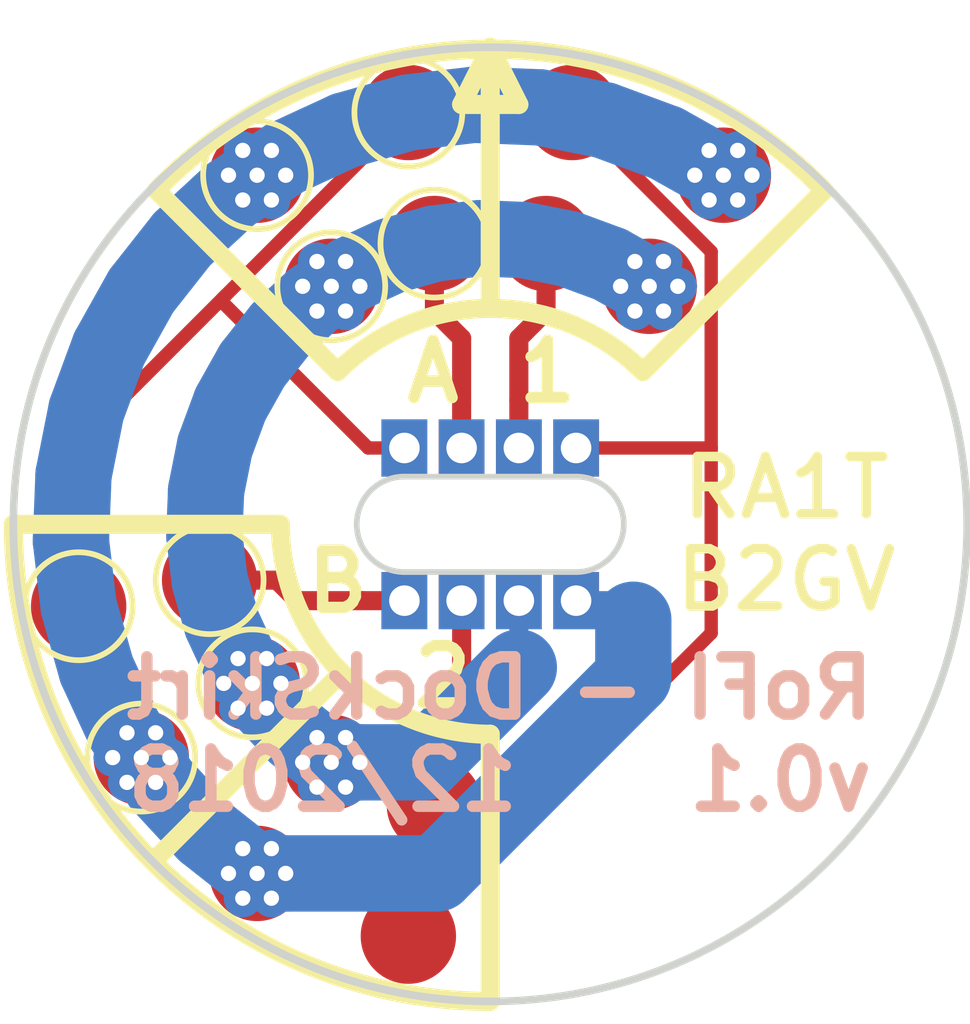
<source format=kicad_pcb>
(kicad_pcb (version 20171130) (host pcbnew 5.0.1-33cea8e~68~ubuntu18.04.1)

  (general
    (thickness 1.6)
    (drawings 80)
    (tracks 136)
    (zones 0)
    (modules 17)
    (nets 9)
  )

  (page A4)
  (layers
    (0 F.Cu signal)
    (31 B.Cu signal)
    (32 B.Adhes user)
    (33 F.Adhes user)
    (34 B.Paste user)
    (35 F.Paste user)
    (36 B.SilkS user)
    (37 F.SilkS user)
    (38 B.Mask user)
    (39 F.Mask user)
    (40 Dwgs.User user)
    (41 Cmts.User user)
    (42 Eco1.User user hide)
    (43 Eco2.User user)
    (44 Edge.Cuts user)
    (45 Margin user)
    (46 B.CrtYd user)
    (47 F.CrtYd user)
    (48 B.Fab user)
    (49 F.Fab user)
  )

  (setup
    (last_trace_width 0.25)
    (user_trace_width 0.35)
    (user_trace_width 0.5)
    (user_trace_width 1)
    (user_trace_width 1.5)
    (user_trace_width 2)
    (user_trace_width 2.5)
    (trace_clearance 0.2)
    (zone_clearance 0.508)
    (zone_45_only no)
    (trace_min 0.2)
    (segment_width 0.5)
    (edge_width 0.15)
    (via_size 0.8)
    (via_drill 0.4)
    (via_min_size 0.4)
    (via_min_drill 0.3)
    (uvia_size 0.3)
    (uvia_drill 0.1)
    (uvias_allowed no)
    (uvia_min_size 0.2)
    (uvia_min_drill 0.1)
    (pcb_text_width 0.3)
    (pcb_text_size 1.5 1.5)
    (mod_edge_width 0.15)
    (mod_text_size 1 1)
    (mod_text_width 0.15)
    (pad_size 1.524 1.524)
    (pad_drill 0.762)
    (pad_to_mask_clearance 0.051)
    (solder_mask_min_width 0.25)
    (aux_axis_origin 0 0)
    (visible_elements FFFFFF7F)
    (pcbplotparams
      (layerselection 0x010fc_ffffffff)
      (usegerberextensions false)
      (usegerberattributes false)
      (usegerberadvancedattributes false)
      (creategerberjobfile false)
      (excludeedgelayer true)
      (linewidth 0.100000)
      (plotframeref false)
      (viasonmask false)
      (mode 1)
      (useauxorigin false)
      (hpglpennumber 1)
      (hpglpenspeed 20)
      (hpglpendiameter 15.000000)
      (psnegative false)
      (psa4output false)
      (plotreference true)
      (plotvalue true)
      (plotinvisibletext false)
      (padsonsilk false)
      (subtractmaskfromsilk false)
      (outputformat 1)
      (mirror false)
      (drillshape 1)
      (scaleselection 1)
      (outputdirectory ""))
  )

  (net 0 "")
  (net 1 48V)
  (net 2 GND)
  (net 3 RX)
  (net 4 S_A_PIN)
  (net 5 S_B_PIN)
  (net 6 TX)
  (net 7 S_2_PAD)
  (net 8 S_1_PAD)

  (net_class Default "This is the default net class."
    (clearance 0.2)
    (trace_width 0.25)
    (via_dia 0.8)
    (via_drill 0.4)
    (uvia_dia 0.3)
    (uvia_drill 0.1)
    (add_net 48V)
    (add_net GND)
    (add_net RX)
    (add_net S_1_PAD)
    (add_net S_2_PAD)
    (add_net S_A_PIN)
    (add_net S_B_PIN)
    (add_net TX)
  )

  (module rofi:skirt_8_pin (layer F.Cu) (tedit 5C1586D9) (tstamp 5C158219)
    (at 150 100)
    (path /5C124CC6)
    (fp_text reference J1 (at 0 4) (layer F.SilkS) hide
      (effects (font (size 1 1) (thickness 0.15)))
    )
    (fp_text value Cable (at 0 -4) (layer F.Fab)
      (effects (font (size 1 1) (thickness 0.15)))
    )
    (fp_line (start -3 1.25) (end 3 1.25) (layer F.Fab) (width 0.15))
    (fp_line (start 3 -1.25) (end -3 -1.25) (layer F.Fab) (width 0.15))
    (fp_arc (start -3 0) (end -3 -1.25) (angle -180) (layer F.Fab) (width 0.15))
    (fp_arc (start 3 0) (end 3 1.25) (angle -180) (layer F.Fab) (width 0.15))
    (pad 8 thru_hole rect (at -2.25 2) (size 1.2 1.5) (drill 0.8) (layers *.Cu *.Mask)
      (net 5 S_B_PIN))
    (pad 7 thru_hole rect (at -0.75 2) (size 1.2 1.5) (drill 0.8) (layers *.Cu *.Mask)
      (net 7 S_2_PAD))
    (pad 6 thru_hole rect (at 0.75 2) (size 1.2 1.5) (drill 0.8) (layers *.Cu *.Mask)
      (net 2 GND))
    (pad 5 thru_hole rect (at 2.25 2) (size 1.2 1.5) (drill 0.8) (layers *.Cu *.Mask)
      (net 1 48V))
    (pad 4 thru_hole rect (at 2.25 -2) (size 1.2 1.5) (drill 0.8) (layers *.Cu *.Mask)
      (net 6 TX))
    (pad 3 thru_hole rect (at 0.75 -2) (size 1.2 1.5) (drill 0.8) (layers *.Cu *.Mask)
      (net 8 S_1_PAD))
    (pad 2 thru_hole rect (at -0.75 -2) (size 1.2 1.5) (drill 0.8) (layers *.Cu *.Mask)
      (net 4 S_A_PIN))
    (pad 1 thru_hole rect (at -2.25 -2) (size 1.2 1.5) (drill 0.8) (layers *.Cu *.Mask)
      (net 3 RX))
  )

  (module rofi:pogo_pad_2mm (layer F.Cu) (tedit 5C12506D) (tstamp 5C125547)
    (at 143.888727 109.146165)
    (path /5C12603C)
    (fp_text reference J13 (at 0 2) (layer F.SilkS) hide
      (effects (font (size 1 1) (thickness 0.15)))
    )
    (fp_text value 48V_2 (at 0 -2.1) (layer F.Fab)
      (effects (font (size 1 1) (thickness 0.15)))
    )
    (pad 1 smd circle (at 0 0) (size 2.5 2.5) (layers F.Cu F.Paste F.Mask)
      (net 1 48V))
  )

  (module rofi:pogo_pad_2mm (layer F.Cu) (tedit 5C12506D) (tstamp 5C12553A)
    (at 145.833223 106.236022)
    (path /5C12624E)
    (fp_text reference J15 (at 0 2) (layer F.SilkS) hide
      (effects (font (size 1 1) (thickness 0.15)))
    )
    (fp_text value GND_2 (at 0 -2.1) (layer F.Fab)
      (effects (font (size 1 1) (thickness 0.15)))
    )
    (pad 1 smd circle (at 0 0) (size 2.5 2.5) (layers F.Cu F.Paste F.Mask)
      (net 2 GND))
  )

  (module rofi:pogo_pad_2mm (layer F.Cu) (tedit 5C12506D) (tstamp 5C125535)
    (at 147.854006 110.788638)
    (path /5C127090)
    (fp_text reference J17 (at 0 2) (layer F.SilkS) hide
      (effects (font (size 1 1) (thickness 0.15)))
    )
    (fp_text value TX_2 (at 0 -2.1) (layer F.Fab)
      (effects (font (size 1 1) (thickness 0.15)))
    )
    (pad 1 smd circle (at 0 0) (size 2.5 2.5) (layers F.Cu F.Paste F.Mask)
      (net 6 TX))
  )

  (module rofi:pogo_pin_2mm (layer F.Cu) (tedit 5C1250F8) (tstamp 5C1255DA)
    (at 140.853834 106.111272)
    (path /5C126036)
    (fp_text reference J12 (at 0 2.3) (layer F.SilkS) hide
      (effects (font (size 1 1) (thickness 0.15)))
    )
    (fp_text value 48V_B (at 0 -2.1) (layer F.Fab)
      (effects (font (size 1 1) (thickness 0.15)))
    )
    (fp_circle (center 0 0) (end 0.2 -1.4) (layer F.SilkS) (width 0.15))
    (fp_circle (center 0 0) (end 0.5 0) (layer F.Fab) (width 0.15))
    (fp_circle (center 0 0) (end 0.7 0) (layer F.Fab) (width 0.15))
    (fp_circle (center 0 0) (end 1 0) (layer F.Fab) (width 0.15))
    (pad 1 smd circle (at 0 0) (size 2.5 2.5) (layers F.Cu F.Paste F.Mask)
      (net 1 48V))
  )

  (module rofi:pogo_pin_2mm (layer F.Cu) (tedit 5C1250F8) (tstamp 5C1254CF)
    (at 143.763977 104.166776)
    (path /5C126248)
    (fp_text reference J14 (at 0 2.3) (layer F.SilkS) hide
      (effects (font (size 1 1) (thickness 0.15)))
    )
    (fp_text value GND_B (at 0 -2.1) (layer F.Fab)
      (effects (font (size 1 1) (thickness 0.15)))
    )
    (fp_circle (center 0 0) (end 0.2 -1.4) (layer F.SilkS) (width 0.15))
    (fp_circle (center 0 0) (end 0.5 0) (layer F.Fab) (width 0.15))
    (fp_circle (center 0 0) (end 0.7 0) (layer F.Fab) (width 0.15))
    (fp_circle (center 0 0) (end 1 0) (layer F.Fab) (width 0.15))
    (pad 1 smd circle (at 0 0) (size 2.5 2.5) (layers F.Cu F.Paste F.Mask)
      (net 2 GND))
  )

  (module rofi:pogo_pin_2mm (layer F.Cu) (tedit 5C1250F8) (tstamp 5C1254C6)
    (at 139.211361 102.145993)
    (path /5C126914)
    (fp_text reference J16 (at 0 2.3) (layer F.SilkS) hide
      (effects (font (size 1 1) (thickness 0.15)))
    )
    (fp_text value RX_B (at 0 -2.1) (layer F.Fab)
      (effects (font (size 1 1) (thickness 0.15)))
    )
    (fp_circle (center 0 0) (end 0.2 -1.4) (layer F.SilkS) (width 0.15))
    (fp_circle (center 0 0) (end 0.5 0) (layer F.Fab) (width 0.15))
    (fp_circle (center 0 0) (end 0.7 0) (layer F.Fab) (width 0.15))
    (fp_circle (center 0 0) (end 1 0) (layer F.Fab) (width 0.15))
    (pad 1 smd circle (at 0 0) (size 2.5 2.5) (layers F.Cu F.Paste F.Mask)
      (net 3 RX))
  )

  (module rofi:pogo_pad_2mm (layer F.Cu) (tedit 5C12506D) (tstamp 5C125209)
    (at 148.536822 107.355889)
    (path /5C125489)
    (fp_text reference J11 (at 0 2) (layer F.SilkS) hide
      (effects (font (size 1 1) (thickness 0.15)))
    )
    (fp_text value SENSE_2 (at 0 -2.1) (layer F.Fab)
      (effects (font (size 1 1) (thickness 0.15)))
    )
    (pad 1 smd circle (at 0 0) (size 2.5 2.5) (layers F.Cu F.Paste F.Mask)
      (net 7 S_2_PAD))
  )

  (module rofi:pogo_pad_2mm (layer F.Cu) (tedit 5C12506D) (tstamp 5C125204)
    (at 151.463177 92.64411)
    (path /5C1253F8)
    (fp_text reference J10 (at 0 2) (layer F.SilkS) hide
      (effects (font (size 1 1) (thickness 0.15)))
    )
    (fp_text value SENSE_1 (at 0 -2.1) (layer F.Fab)
      (effects (font (size 1 1) (thickness 0.15)))
    )
    (pad 1 smd circle (at 0 0) (size 2.5 2.5) (layers F.Cu F.Paste F.Mask)
      (net 8 S_1_PAD))
  )

  (module rofi:pogo_pad_2mm (layer F.Cu) (tedit 5C12506D) (tstamp 5C1251FF)
    (at 152.145993 89.211361)
    (path /5C125879)
    (fp_text reference J7 (at 0 2) (layer F.SilkS) hide
      (effects (font (size 1 1) (thickness 0.15)))
    )
    (fp_text value TX_1 (at 0 -2.1) (layer F.Fab)
      (effects (font (size 1 1) (thickness 0.15)))
    )
    (pad 1 smd circle (at 0 0) (size 2.5 2.5) (layers F.Cu F.Paste F.Mask)
      (net 6 TX))
  )

  (module rofi:pogo_pad_2mm (layer F.Cu) (tedit 5C12506D) (tstamp 5C1251FA)
    (at 154.166776 93.763977)
    (path /5C124FD1)
    (fp_text reference J5 (at 0 2) (layer F.SilkS) hide
      (effects (font (size 1 1) (thickness 0.15)))
    )
    (fp_text value GND_1 (at 0 -2.1) (layer F.Fab)
      (effects (font (size 1 1) (thickness 0.15)))
    )
    (pad 1 smd circle (at 0 0) (size 2.5 2.5) (layers F.Cu F.Paste F.Mask)
      (net 2 GND))
  )

  (module rofi:pogo_pad_2mm (layer F.Cu) (tedit 5C12506D) (tstamp 5C1251F5)
    (at 156.111272 90.853834)
    (path /5C124F14)
    (fp_text reference J3 (at 0 2) (layer F.SilkS) hide
      (effects (font (size 1 1) (thickness 0.15)))
    )
    (fp_text value 48V_1 (at 0 -2.1) (layer F.Fab)
      (effects (font (size 1 1) (thickness 0.15)))
    )
    (pad 1 smd circle (at 0 0) (size 2.5 2.5) (layers F.Cu F.Paste F.Mask)
      (net 1 48V))
  )

  (module rofi:pogo_pin_2mm (layer F.Cu) (tedit 5C1250F8) (tstamp 5C1251F0)
    (at 142.64411 101.463177)
    (path /5C12529A)
    (fp_text reference J9 (at 0 2.3) (layer F.SilkS) hide
      (effects (font (size 1 1) (thickness 0.15)))
    )
    (fp_text value SENSE_B (at 0 -2.1) (layer F.Fab)
      (effects (font (size 1 1) (thickness 0.15)))
    )
    (fp_circle (center 0 0) (end 0.2 -1.4) (layer F.SilkS) (width 0.15))
    (fp_circle (center 0 0) (end 0.5 0) (layer F.Fab) (width 0.15))
    (fp_circle (center 0 0) (end 0.7 0) (layer F.Fab) (width 0.15))
    (fp_circle (center 0 0) (end 1 0) (layer F.Fab) (width 0.15))
    (pad 1 smd circle (at 0 0) (size 2.5 2.5) (layers F.Cu F.Paste F.Mask)
      (net 5 S_B_PIN))
  )

  (module rofi:pogo_pin_2mm (layer F.Cu) (tedit 5C1250F8) (tstamp 5C1251E7)
    (at 148.536822 92.64411)
    (path /5C125264)
    (fp_text reference J8 (at 0 2.3) (layer F.SilkS) hide
      (effects (font (size 1 1) (thickness 0.15)))
    )
    (fp_text value SENSE_A (at 0 -2.1) (layer F.Fab)
      (effects (font (size 1 1) (thickness 0.15)))
    )
    (fp_circle (center 0 0) (end 0.2 -1.4) (layer F.SilkS) (width 0.15))
    (fp_circle (center 0 0) (end 0.5 0) (layer F.Fab) (width 0.15))
    (fp_circle (center 0 0) (end 0.7 0) (layer F.Fab) (width 0.15))
    (fp_circle (center 0 0) (end 1 0) (layer F.Fab) (width 0.15))
    (pad 1 smd circle (at 0 0) (size 2.5 2.5) (layers F.Cu F.Paste F.Mask)
      (net 4 S_A_PIN))
  )

  (module rofi:pogo_pin_2mm (layer F.Cu) (tedit 5C1250F8) (tstamp 5C1251DE)
    (at 147.854006 89.211361)
    (path /5C1250C4)
    (fp_text reference J6 (at 0 2.3) (layer F.SilkS) hide
      (effects (font (size 1 1) (thickness 0.15)))
    )
    (fp_text value RX_A (at 0 -2.1) (layer F.Fab)
      (effects (font (size 1 1) (thickness 0.15)))
    )
    (fp_circle (center 0 0) (end 0.2 -1.4) (layer F.SilkS) (width 0.15))
    (fp_circle (center 0 0) (end 0.5 0) (layer F.Fab) (width 0.15))
    (fp_circle (center 0 0) (end 0.7 0) (layer F.Fab) (width 0.15))
    (fp_circle (center 0 0) (end 1 0) (layer F.Fab) (width 0.15))
    (pad 1 smd circle (at 0 0) (size 2.5 2.5) (layers F.Cu F.Paste F.Mask)
      (net 3 RX))
  )

  (module rofi:pogo_pin_2mm (layer F.Cu) (tedit 5C1250F8) (tstamp 5C1251D5)
    (at 145.833223 93.763977)
    (path /5C124FA9)
    (fp_text reference J4 (at 0 2.3) (layer F.SilkS) hide
      (effects (font (size 1 1) (thickness 0.15)))
    )
    (fp_text value GND_A (at 0 -2.1) (layer F.Fab)
      (effects (font (size 1 1) (thickness 0.15)))
    )
    (fp_circle (center 0 0) (end 0.2 -1.4) (layer F.SilkS) (width 0.15))
    (fp_circle (center 0 0) (end 0.5 0) (layer F.Fab) (width 0.15))
    (fp_circle (center 0 0) (end 0.7 0) (layer F.Fab) (width 0.15))
    (fp_circle (center 0 0) (end 1 0) (layer F.Fab) (width 0.15))
    (pad 1 smd circle (at 0 0) (size 2.5 2.5) (layers F.Cu F.Paste F.Mask)
      (net 2 GND))
  )

  (module rofi:pogo_pin_2mm (layer F.Cu) (tedit 5C1250F8) (tstamp 5C1251CC)
    (at 143.888727 90.853834)
    (path /5C124E33)
    (fp_text reference J2 (at 0 2.3) (layer F.SilkS) hide
      (effects (font (size 1 1) (thickness 0.15)))
    )
    (fp_text value 48V_A (at 0 -2.1) (layer F.Fab)
      (effects (font (size 1 1) (thickness 0.15)))
    )
    (fp_circle (center 0 0) (end 0.2 -1.4) (layer F.SilkS) (width 0.15))
    (fp_circle (center 0 0) (end 0.5 0) (layer F.Fab) (width 0.15))
    (fp_circle (center 0 0) (end 0.7 0) (layer F.Fab) (width 0.15))
    (fp_circle (center 0 0) (end 1 0) (layer F.Fab) (width 0.15))
    (pad 1 smd circle (at 0 0) (size 2.5 2.5) (layers F.Cu F.Paste F.Mask)
      (net 1 48V))
  )

  (gr_text "RoFI - DockSkirt\nv0.1    12/2018" (at 150.25 105.5) (layer B.SilkS)
    (effects (font (size 1.5 1.5) (thickness 0.3)) (justify mirror))
  )
  (gr_line (start 150.75 89) (end 150 87.5) (layer F.SilkS) (width 0.5))
  (gr_line (start 149.25 89) (end 150.75 89) (layer F.SilkS) (width 0.5))
  (gr_line (start 150 87.5) (end 149.25 89) (layer F.SilkS) (width 0.5))
  (gr_text "RA1T\nB2GV" (at 157.75 100.25) (layer F.SilkS)
    (effects (font (size 1.5 1.5) (thickness 0.25)))
  )
  (gr_line (start 150 105.5) (end 150 112.5) (layer F.SilkS) (width 0.5))
  (gr_line (start 146 104) (end 141.25 108.75) (layer F.SilkS) (width 0.5))
  (gr_line (start 144.5 100) (end 137.5 100) (layer F.SilkS) (width 0.5))
  (gr_arc (start 150 100) (end 144.5 100) (angle -90) (layer F.SilkS) (width 0.5))
  (gr_arc (start 150 100) (end 137.5 100) (angle -90) (layer F.SilkS) (width 0.5))
  (gr_line (start 154 96) (end 158.75 91.25) (layer F.SilkS) (width 0.5))
  (gr_line (start 154 95.75) (end 154 96) (layer F.SilkS) (width 0.2))
  (gr_line (start 141.25 91.25) (end 146 96) (layer F.SilkS) (width 0.5))
  (gr_line (start 150 87.75) (end 150 94.25) (layer F.SilkS) (width 0.5))
  (gr_arc (start 150 100) (end 154 96) (angle -90) (layer F.SilkS) (width 0.5))
  (gr_arc (start 150 99.75) (end 158.75 91.25) (angle -91.63031912) (layer F.SilkS) (width 0.5))
  (gr_line (start 150 100) (end 150 113) (layer Cmts.User) (width 0.2))
  (gr_line (start 150 100) (end 141 109) (layer Cmts.User) (width 0.2))
  (gr_line (start 150 100) (end 141 91) (layer Cmts.User) (width 0.2))
  (gr_line (start 150 100) (end 159 91) (layer Cmts.User) (width 0.2))
  (gr_line (start 150 100) (end 137.25 100) (layer Cmts.User) (width 0.2))
  (gr_line (start 150 100) (end 150 87.25) (layer Cmts.User) (width 0.2))
  (gr_line (start 147.75 101.25) (end 152.25 101.25) (layer Edge.Cuts) (width 0.15))
  (gr_line (start 152.25 98.75) (end 147.75 98.75) (layer Edge.Cuts) (width 0.15))
  (gr_arc (start 147.75 100) (end 147.75 98.75) (angle -180) (layer Edge.Cuts) (width 0.15))
  (gr_arc (start 152.25 100) (end 152.25 101.25) (angle -180) (layer Edge.Cuts) (width 0.15))
  (gr_text 1 (at 151.5 96) (layer F.SilkS)
    (effects (font (size 1.5 1.5) (thickness 0.3)))
  )
  (gr_text 2 (at 148.75 104) (layer F.SilkS)
    (effects (font (size 1.5 1.5) (thickness 0.3)))
  )
  (gr_text B (at 146 101.5) (layer F.SilkS)
    (effects (font (size 1.5 1.5) (thickness 0.3)))
  )
  (gr_text A (at 148.5 96) (layer F.SilkS)
    (effects (font (size 1.5 1.5) (thickness 0.3)))
  )
  (gr_circle (center 150 100) (end 162.5 100) (layer Edge.Cuts) (width 0.2))
  (gr_line (start 152.039376 92.633074) (end 142.039376 92.633074) (layer Eco1.User) (width 0.2))
  (gr_line (start 142.039376 92.633074) (end 142.039376 102.633074) (layer Eco1.User) (width 0.2))
  (gr_line (start 149.18537 86.844436) (end 148.600099 89.786792) (layer Eco1.User) (width 0.2))
  (gr_line (start 144.893382 86.844436) (end 145.478653 89.786792) (layer Eco1.User) (width 0.2))
  (gr_line (start 137.89321 103.744347) (end 140.387619 102.077636) (layer Eco1.User) (width 0.2))
  (gr_circle (center 140.387619 102.077636) (end 139.137619 102.077636) (layer Eco1.User) (width 0.2))
  (gr_line (start 147.039376 97.633074) (end 159.789376 97.633074) (layer Eco1.User) (width 0.2))
  (gr_arc (start 147.039376 97.633074) (end 148.150612 84.931592) (angle -55) (layer Eco1.User) (width 0.2))
  (gr_arc (start 147.039376 97.633074) (end 159.740858 98.74431) (angle -55) (layer Eco1.User) (width 0.2))
  (gr_arc (start 147.039376 97.633074) (end 155.234918 87.866007) (angle -35) (layer Eco1.User) (width 0.2))
  (gr_line (start 152.039376 102.633074) (end 152.039376 92.633074) (layer Eco1.User) (width 0.2))
  (gr_line (start 144.893382 108.421712) (end 145.478653 105.479356) (layer Eco1.User) (width 0.2))
  (gr_arc (start 147.039376 97.633074) (end 155.234918 87.866007) (angle -35) (layer Eco1.User) (width 0.2))
  (gr_circle (center 151.483938 90.981317) (end 150.233938 90.981317) (layer Eco1.User) (width 0.2))
  (gr_circle (center 140.928103 88.486908) (end 139.678103 88.486908) (layer Eco1.User) (width 0.2))
  (gr_line (start 147.039376 97.633074) (end 144.551974 85.128062) (layer Eco1.User) (width 0.2))
  (gr_circle (center 147.039376 97.633074) (end 139.039376 97.633074) (layer Eco1.User) (width 0.2))
  (gr_circle (center 136.250738 99.779068) (end 135.000738 99.779068) (layer Eco1.User) (width 0.2))
  (gr_line (start 147.039376 97.633074) (end 147.039376 110.383074) (layer Eco1.User) (width 0.2))
  (gr_circle (center 142.594814 90.981317) (end 141.344814 90.981317) (layer Eco1.User) (width 0.2))
  (gr_circle (center 144.893382 108.421712) (end 143.643382 108.421712) (layer Eco1.User) (width 0.2))
  (gr_line (start 142.039376 102.633074) (end 152.039376 102.633074) (layer Eco1.User) (width 0.2))
  (gr_circle (center 144.893382 86.844436) (end 143.643382 86.844436) (layer Eco1.User) (width 0.2))
  (gr_circle (center 149.18537 86.844436) (end 147.93537 86.844436) (layer Eco1.User) (width 0.2))
  (gr_circle (center 147.039376 97.633074) (end 136.039376 97.633074) (layer Eco1.User) (width 0.2))
  (gr_arc (start 147.039376 97.633074) (end 156.806443 105.828616) (angle -35) (layer Eco1.User) (width 0.2))
  (gr_circle (center 145.478653 105.479356) (end 144.228653 105.479356) (layer Eco1.User) (width 0.2))
  (gr_line (start 147.039376 97.633074) (end 138.023765 88.617463) (layer Eco1.User) (width 0.2))
  (gr_circle (center 153.150649 88.486908) (end 151.900649 88.486908) (layer Eco1.User) (width 0.2))
  (gr_circle (center 142.594814 104.284831) (end 141.344814 104.284831) (layer Eco1.User) (width 0.2))
  (gr_line (start 139.193094 99.193797) (end 136.250738 99.779068) (layer Eco1.User) (width 0.2))
  (gr_circle (center 139.193094 99.193797) (end 137.943094 99.193797) (layer Eco1.User) (width 0.2))
  (gr_circle (center 137.89321 103.744347) (end 136.64321 103.744347) (layer Eco1.User) (width 0.2))
  (gr_line (start 140.928103 106.77924) (end 142.594814 104.284831) (layer Eco1.User) (width 0.2))
  (gr_arc (start 147.039376 97.633074) (end 138.843834 107.400141) (angle -35) (layer Eco1.User) (width 0.2))
  (gr_line (start 140.928103 88.486908) (end 142.594814 90.981317) (layer Eco1.User) (width 0.2))
  (gr_line (start 147.039376 97.633074) (end 139.955856 87.031836) (layer Eco1.User) (width 0.2))
  (gr_line (start 147.039376 97.633074) (end 134.289376 97.633074) (layer Eco1.User) (width 0.2))
  (gr_circle (center 148.600099 89.786792) (end 147.350099 89.786792) (layer Eco1.User) (width 0.2))
  (gr_arc (start 147.039376 97.633074) (end 137.272309 89.437532) (angle -35) (layer Eco1.User) (width 0.2))
  (gr_circle (center 145.478653 89.786792) (end 144.228653 89.786792) (layer Eco1.User) (width 0.2))
  (gr_arc (start 147.039376 97.633074) (end 134.337894 96.521838) (angle -55) (layer Eco1.User) (width 0.2))
  (gr_arc (start 147.039376 97.633074) (end 156.806443 105.828616) (angle -35) (layer Eco1.User) (width 0.2))
  (gr_circle (center 140.928103 106.77924) (end 139.678103 106.77924) (layer Eco1.User) (width 0.2))
  (gr_line (start 153.150649 88.486908) (end 151.483938 90.981317) (layer Eco1.User) (width 0.2))
  (gr_line (start 147.039376 97.633074) (end 147.039376 84.883074) (layer Eco1.User) (width 0.2))
  (gr_arc (start 147.039376 97.633074) (end 145.92814 110.334556) (angle -55) (layer Eco1.User) (width 0.2))
  (gr_arc (start 147.039376 97.633074) (end 138.843834 107.400141) (angle -35) (layer Eco1.User) (width 0.2))
  (gr_arc (start 147.039376 97.633074) (end 137.272309 89.437532) (angle -35) (layer Eco1.User) (width 0.2))

  (via (at 143.888727 109.146165) (size 1) (layers F.Cu B.Cu) (net 1))
  (via (at 144.638727 109.146165) (size 1) (layers F.Cu B.Cu) (net 1))
  (via (at 144.263727 109.795684) (size 1) (layers F.Cu B.Cu) (net 1))
  (via (at 143.513727 109.795684) (size 1) (layers F.Cu B.Cu) (net 1))
  (via (at 143.138727 109.146165) (size 1) (layers F.Cu B.Cu) (net 1))
  (via (at 143.513727 108.496645) (size 1) (layers F.Cu B.Cu) (net 1))
  (via (at 144.263727 108.496645) (size 1) (layers F.Cu B.Cu) (net 1))
  (via (at 140.853834 106.111272) (size 1) (layers F.Cu B.Cu) (net 1))
  (via (at 141.603834 106.111272) (size 1) (layers F.Cu B.Cu) (net 1))
  (via (at 141.228834 106.760791) (size 1) (layers F.Cu B.Cu) (net 1))
  (via (at 140.478834 106.760791) (size 1) (layers F.Cu B.Cu) (net 1))
  (via (at 140.103834 106.111272) (size 1) (layers F.Cu B.Cu) (net 1))
  (via (at 140.478834 105.461752) (size 1) (layers F.Cu B.Cu) (net 1))
  (via (at 141.228834 105.461752) (size 1) (layers F.Cu B.Cu) (net 1))
  (via (at 156.111272 90.853834) (size 1) (layers F.Cu B.Cu) (net 1))
  (via (at 156.861272 90.853834) (size 1) (layers F.Cu B.Cu) (net 1))
  (via (at 156.486272 91.503353) (size 1) (layers F.Cu B.Cu) (net 1))
  (via (at 155.736272 91.503353) (size 1) (layers F.Cu B.Cu) (net 1))
  (via (at 155.361272 90.853834) (size 1) (layers F.Cu B.Cu) (net 1))
  (via (at 155.736272 90.204314) (size 1) (layers F.Cu B.Cu) (net 1))
  (via (at 156.486272 90.204314) (size 1) (layers F.Cu B.Cu) (net 1))
  (via (at 143.888727 90.853834) (size 1) (layers F.Cu B.Cu) (net 1))
  (via (at 144.638727 90.853834) (size 1) (layers F.Cu B.Cu) (net 1))
  (via (at 144.263727 91.503353) (size 1) (layers F.Cu B.Cu) (net 1))
  (via (at 143.513727 91.503353) (size 1) (layers F.Cu B.Cu) (net 1))
  (via (at 143.138727 90.853834) (size 1) (layers F.Cu B.Cu) (net 1))
  (via (at 143.513727 90.204314) (size 1) (layers F.Cu B.Cu) (net 1))
  (via (at 144.263727 90.204314) (size 1) (layers F.Cu B.Cu) (net 1))
  (segment (start 156.111272 90.853834) (end 154.605257 90.010425) (width 2) (layer B.Cu) (net 1))
  (segment (start 154.605257 90.010425) (end 152.985844 89.412992) (width 2) (layer B.Cu) (net 1))
  (segment (start 152.985844 89.412992) (end 151.292911 89.076246) (width 2) (layer B.Cu) (net 1))
  (segment (start 151.292911 89.076246) (end 149.568142 89.00848) (width 2) (layer B.Cu) (net 1))
  (segment (start 149.568142 89.00848) (end 147.854006 89.211361) (width 2) (layer B.Cu) (net 1))
  (segment (start 147.854006 89.211361) (end 146.192712 89.679895) (width 2) (layer B.Cu) (net 1))
  (segment (start 146.192712 89.679895) (end 144.625166 90.402543) (width 2) (layer B.Cu) (net 1))
  (segment (start 144.625166 90.402543) (end 143.189966 91.361513) (width 2) (layer B.Cu) (net 1))
  (segment (start 143.189966 91.361513) (end 141.922452 92.533191) (width 2) (layer B.Cu) (net 1))
  (segment (start 141.922452 92.533191) (end 140.853834 93.888727) (width 2) (layer B.Cu) (net 1))
  (segment (start 140.853834 93.888727) (end 140.010425 95.394742) (width 2) (layer B.Cu) (net 1))
  (segment (start 140.010425 95.394742) (end 139.412992 97.014155) (width 2) (layer B.Cu) (net 1))
  (segment (start 139.076246 98.707088) (end 139.00848 100.431857) (width 2) (layer B.Cu) (net 1))
  (segment (start 139.00848 100.431857) (end 139.211361 102.145993) (width 2) (layer B.Cu) (net 1))
  (segment (start 139.211361 102.145993) (end 139.679895 103.807287) (width 2) (layer B.Cu) (net 1))
  (segment (start 139.679895 103.807287) (end 140.402543 105.374833) (width 2) (layer B.Cu) (net 1))
  (segment (start 140.402543 105.374833) (end 141.361513 106.810033) (width 2) (layer B.Cu) (net 1))
  (segment (start 141.361513 106.810033) (end 142.533191 108.077547) (width 2) (layer B.Cu) (net 1))
  (segment (start 142.533191 108.077547) (end 143.888727 109.146165) (width 2) (layer B.Cu) (net 1))
  (segment (start 139.412992 97.014155) (end 139.076246 98.707088) (width 2) (layer B.Cu) (net 1))
  (segment (start 143.888727 109.146165) (end 144.638727 109.146165) (width 2) (layer B.Cu) (net 1))
  (segment (start 144.638727 109.146165) (end 148.603835 109.146165) (width 2) (layer B.Cu) (net 1))
  (segment (start 153.75 104) (end 153.75 102.5) (width 2) (layer B.Cu) (net 1))
  (segment (start 148.603835 109.146165) (end 153.75 104) (width 2) (layer B.Cu) (net 1))
  (segment (start 153.75 102.4) (end 153.75 102.5) (width 0.5) (layer B.Cu) (net 1))
  (segment (start 153.35 102) (end 153.75 102.4) (width 0.5) (layer B.Cu) (net 1))
  (segment (start 152.25 102) (end 153.35 102) (width 0.5) (layer B.Cu) (net 1))
  (via (at 145.833223 106.236022) (size 1) (layers F.Cu B.Cu) (net 2))
  (via (at 146.583223 106.236022) (size 1) (layers F.Cu B.Cu) (net 2))
  (via (at 146.208223 106.885541) (size 1) (layers F.Cu B.Cu) (net 2))
  (via (at 145.458223 106.885541) (size 1) (layers F.Cu B.Cu) (net 2))
  (via (at 145.083223 106.236022) (size 1) (layers F.Cu B.Cu) (net 2))
  (via (at 145.458223 105.586502) (size 1) (layers F.Cu B.Cu) (net 2))
  (via (at 146.208223 105.586502) (size 1) (layers F.Cu B.Cu) (net 2))
  (via (at 143.763977 104.166776) (size 1) (layers F.Cu B.Cu) (net 2))
  (via (at 144.513977 104.166776) (size 1) (layers F.Cu B.Cu) (net 2))
  (via (at 144.138977 104.816295) (size 1) (layers F.Cu B.Cu) (net 2))
  (via (at 143.388977 104.816295) (size 1) (layers F.Cu B.Cu) (net 2))
  (via (at 143.013977 104.166776) (size 1) (layers F.Cu B.Cu) (net 2))
  (via (at 143.388977 103.517256) (size 1) (layers F.Cu B.Cu) (net 2))
  (via (at 144.138977 103.517256) (size 1) (layers F.Cu B.Cu) (net 2))
  (via (at 154.166776 93.763977) (size 1) (layers F.Cu B.Cu) (net 2))
  (via (at 154.916776 93.763977) (size 1) (layers F.Cu B.Cu) (net 2))
  (via (at 154.541776 94.413496) (size 1) (layers F.Cu B.Cu) (net 2))
  (via (at 153.791776 94.413496) (size 1) (layers F.Cu B.Cu) (net 2))
  (via (at 153.416776 93.763977) (size 1) (layers F.Cu B.Cu) (net 2))
  (via (at 153.791776 93.114457) (size 1) (layers F.Cu B.Cu) (net 2))
  (via (at 154.541776 93.114457) (size 1) (layers F.Cu B.Cu) (net 2))
  (via (at 145.833223 93.763977) (size 1) (layers F.Cu B.Cu) (net 2))
  (via (at 146.583223 93.763977) (size 1) (layers F.Cu B.Cu) (net 2))
  (via (at 146.208223 94.413496) (size 1) (layers F.Cu B.Cu) (net 2))
  (via (at 145.458223 94.413496) (size 1) (layers F.Cu B.Cu) (net 2))
  (via (at 145.083223 93.763977) (size 1) (layers F.Cu B.Cu) (net 2))
  (via (at 145.458223 93.114457) (size 1) (layers F.Cu B.Cu) (net 2))
  (via (at 146.208223 93.114457) (size 1) (layers F.Cu B.Cu) (net 2))
  (segment (start 154.166776 93.763977) (end 153.139948 93.188926) (width 2) (layer B.Cu) (net 2))
  (segment (start 153.139948 93.188926) (end 152.035803 92.781585) (width 2) (layer B.Cu) (net 2))
  (segment (start 152.035803 92.781585) (end 150.88153 92.551986) (width 2) (layer B.Cu) (net 2))
  (segment (start 150.88153 92.551986) (end 149.705551 92.505782) (width 2) (layer B.Cu) (net 2))
  (segment (start 149.705551 92.505782) (end 148.536822 92.64411) (width 2) (layer B.Cu) (net 2))
  (segment (start 148.536822 92.64411) (end 147.404122 92.963564) (width 2) (layer B.Cu) (net 2))
  (segment (start 147.404122 92.963564) (end 146.33534 93.456279) (width 2) (layer B.Cu) (net 2))
  (segment (start 146.33534 93.456279) (end 145.356795 94.110123) (width 2) (layer B.Cu) (net 2))
  (segment (start 145.356795 94.110123) (end 144.492581 94.908994) (width 2) (layer B.Cu) (net 2))
  (segment (start 144.492581 94.908994) (end 143.763977 95.833223) (width 2) (layer B.Cu) (net 2))
  (segment (start 143.763977 95.833223) (end 143.188926 96.860051) (width 2) (layer B.Cu) (net 2))
  (segment (start 143.188926 96.860051) (end 142.781585 97.964196) (width 2) (layer B.Cu) (net 2))
  (segment (start 142.781585 97.964196) (end 142.551986 99.118469) (width 2) (layer B.Cu) (net 2))
  (segment (start 142.551986 99.118469) (end 142.505782 100.294448) (width 2) (layer B.Cu) (net 2))
  (segment (start 142.505782 100.294448) (end 142.64411 101.463177) (width 2) (layer B.Cu) (net 2))
  (segment (start 142.64411 101.463177) (end 142.963564 102.595877) (width 2) (layer B.Cu) (net 2))
  (segment (start 142.963564 102.595877) (end 143.456279 103.664659) (width 2) (layer B.Cu) (net 2))
  (segment (start 143.456279 103.664659) (end 144.110123 104.643204) (width 2) (layer B.Cu) (net 2))
  (segment (start 144.110123 104.643204) (end 144.908994 105.507418) (width 2) (layer B.Cu) (net 2))
  (segment (start 144.908994 105.507418) (end 145.833223 106.236022) (width 2) (layer B.Cu) (net 2))
  (segment (start 146.583223 106.236022) (end 145.833223 106.236022) (width 2) (layer B.Cu) (net 2))
  (segment (start 146.583223 106.236022) (end 148.263978 106.236022) (width 2) (layer B.Cu) (net 2))
  (segment (start 148.263978 106.236022) (end 150.75 103.75) (width 2) (layer B.Cu) (net 2))
  (segment (start 150.75 103.25) (end 150.75 103.75) (width 0.5) (layer B.Cu) (net 2))
  (segment (start 150.75 102) (end 150.75 103.25) (width 0.5) (layer B.Cu) (net 2))
  (segment (start 147.854006 89.211361) (end 143.065367 94) (width 0.35) (layer F.Cu) (net 3))
  (segment (start 143.065367 94) (end 143 94.065367) (width 0.35) (layer F.Cu) (net 3))
  (segment (start 143 94.065367) (end 139.211361 97.854006) (width 0.35) (layer F.Cu) (net 3))
  (segment (start 139.211361 97.854006) (end 139.211361 102.145993) (width 0.35) (layer F.Cu) (net 3))
  (segment (start 146.8 98) (end 143 94.2) (width 0.35) (layer F.Cu) (net 3))
  (segment (start 147.75 98) (end 146.8 98) (width 0.35) (layer F.Cu) (net 3))
  (segment (start 143 94.2) (end 143 94.065367) (width 0.35) (layer F.Cu) (net 3))
  (segment (start 149.25 96.75) (end 149.25 98) (width 0.5) (layer F.Cu) (net 4))
  (segment (start 149.25 95.125054) (end 149.25 96.75) (width 0.5) (layer F.Cu) (net 4))
  (segment (start 148.536822 94.411876) (end 149.25 95.125054) (width 0.5) (layer F.Cu) (net 4))
  (segment (start 148.536822 92.64411) (end 148.536822 94.411876) (width 0.5) (layer F.Cu) (net 4))
  (segment (start 146.65 102) (end 147.75 102) (width 0.5) (layer F.Cu) (net 5))
  (segment (start 144.948699 102) (end 146.65 102) (width 0.5) (layer F.Cu) (net 5))
  (segment (start 144.411876 101.463177) (end 144.948699 102) (width 0.5) (layer F.Cu) (net 5))
  (segment (start 142.64411 101.463177) (end 144.411876 101.463177) (width 0.5) (layer F.Cu) (net 5))
  (segment (start 152.145993 89.211361) (end 155.791777 92.857145) (width 0.35) (layer F.Cu) (net 6))
  (segment (start 155.791777 102.850867) (end 147.854006 110.788638) (width 0.35) (layer F.Cu) (net 6))
  (segment (start 152.25 98) (end 155.791777 98) (width 0.35) (layer F.Cu) (net 6))
  (segment (start 155.791777 92.857145) (end 155.791777 98) (width 0.35) (layer F.Cu) (net 6))
  (segment (start 155.791777 98) (end 155.791777 102.850867) (width 0.35) (layer F.Cu) (net 6))
  (segment (start 149.25 104.874945) (end 149.25 103.25) (width 0.5) (layer F.Cu) (net 7))
  (segment (start 148.536822 105.588123) (end 149.25 104.874945) (width 0.5) (layer F.Cu) (net 7))
  (segment (start 149.25 103.25) (end 149.25 102) (width 0.5) (layer F.Cu) (net 7))
  (segment (start 148.536822 107.355889) (end 148.536822 105.588123) (width 0.5) (layer F.Cu) (net 7))
  (segment (start 150.75 96.75) (end 150.75 98) (width 0.5) (layer F.Cu) (net 8))
  (segment (start 150.75 95.125053) (end 150.75 96.75) (width 0.5) (layer F.Cu) (net 8))
  (segment (start 151.463177 94.411876) (end 150.75 95.125053) (width 0.5) (layer F.Cu) (net 8))
  (segment (start 151.463177 92.64411) (end 151.463177 94.411876) (width 0.5) (layer F.Cu) (net 8))

)

</source>
